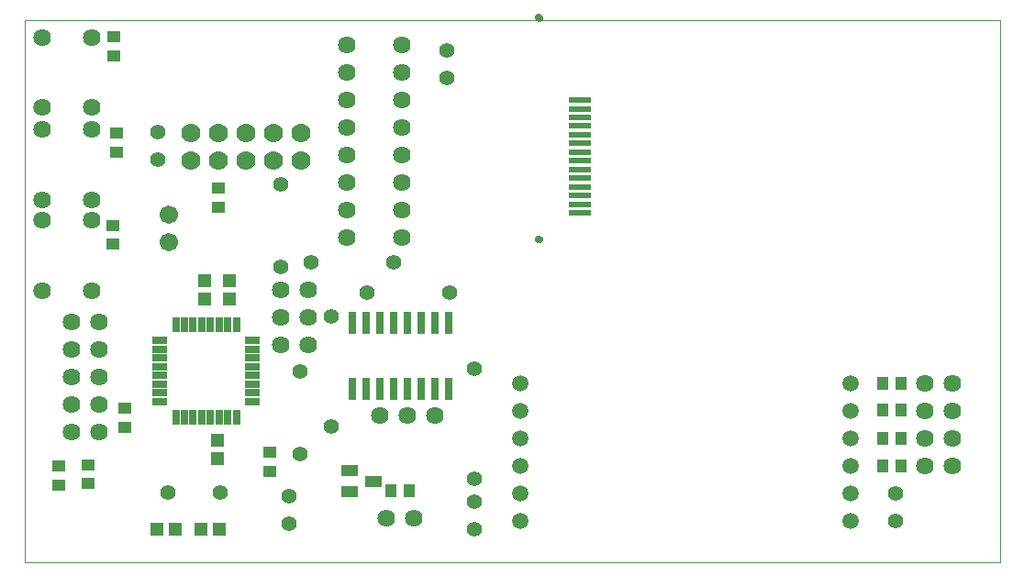
<source format=gts>
G75*
%MOIN*%
%OFA0B0*%
%FSLAX24Y24*%
%IPPOS*%
%LPD*%
%AMOC8*
5,1,8,0,0,1.08239X$1,22.5*
%
%ADD10C,0.0000*%
%ADD11C,0.0560*%
%ADD12R,0.0465X0.0453*%
%ADD13C,0.0700*%
%ADD14R,0.0473X0.0434*%
%ADD15C,0.0640*%
%ADD16C,0.0670*%
%ADD17R,0.0453X0.0465*%
%ADD18R,0.0300X0.0840*%
%ADD19R,0.0591X0.0434*%
%ADD20R,0.0434X0.0473*%
%ADD21C,0.0594*%
%ADD22R,0.0260X0.0540*%
%ADD23R,0.0540X0.0260*%
%ADD24R,0.0827X0.0237*%
%ADD25C,0.0276*%
D10*
X000280Y001107D02*
X035713Y001107D01*
X035713Y001157D02*
X035713Y020792D01*
X000280Y020792D01*
X000280Y001107D01*
X018858Y012845D02*
X018860Y012866D01*
X018866Y012886D01*
X018875Y012906D01*
X018887Y012923D01*
X018902Y012937D01*
X018920Y012949D01*
X018940Y012957D01*
X018960Y012962D01*
X018981Y012963D01*
X019002Y012960D01*
X019022Y012954D01*
X019041Y012943D01*
X019058Y012930D01*
X019071Y012914D01*
X019082Y012896D01*
X019090Y012876D01*
X019094Y012856D01*
X019094Y012834D01*
X019090Y012814D01*
X019082Y012794D01*
X019071Y012776D01*
X019058Y012760D01*
X019041Y012747D01*
X019022Y012736D01*
X019002Y012730D01*
X018981Y012727D01*
X018960Y012728D01*
X018940Y012733D01*
X018920Y012741D01*
X018902Y012753D01*
X018887Y012767D01*
X018875Y012784D01*
X018866Y012804D01*
X018860Y012824D01*
X018858Y012845D01*
X018858Y020896D02*
X018860Y020917D01*
X018866Y020937D01*
X018875Y020957D01*
X018887Y020974D01*
X018902Y020988D01*
X018920Y021000D01*
X018940Y021008D01*
X018960Y021013D01*
X018981Y021014D01*
X019002Y021011D01*
X019022Y021005D01*
X019041Y020994D01*
X019058Y020981D01*
X019071Y020965D01*
X019082Y020947D01*
X019090Y020927D01*
X019094Y020907D01*
X019094Y020885D01*
X019090Y020865D01*
X019082Y020845D01*
X019071Y020827D01*
X019058Y020811D01*
X019041Y020798D01*
X019022Y020787D01*
X019002Y020781D01*
X018981Y020778D01*
X018960Y020779D01*
X018940Y020784D01*
X018920Y020792D01*
X018902Y020804D01*
X018887Y020818D01*
X018875Y020835D01*
X018866Y020855D01*
X018860Y020875D01*
X018858Y020896D01*
D11*
X015630Y019707D03*
X015630Y018707D03*
X009580Y014857D03*
X010680Y012007D03*
X009580Y011857D03*
X011430Y010057D03*
X012730Y010907D03*
X013680Y012007D03*
X015730Y010907D03*
X016630Y008157D03*
X011430Y006057D03*
X010280Y005057D03*
X009880Y003507D03*
X009880Y002507D03*
X007380Y003657D03*
X005480Y003657D03*
X010280Y008057D03*
X016630Y004157D03*
X016630Y003307D03*
X016630Y002307D03*
X031930Y002607D03*
X031930Y003607D03*
X005130Y015757D03*
X005130Y016757D03*
D12*
X006830Y011351D03*
X006830Y010662D03*
X007730Y010662D03*
X007730Y011351D03*
X007280Y005551D03*
X007280Y004862D03*
D13*
X007330Y015707D03*
X006330Y015707D03*
X006330Y016707D03*
X007330Y016707D03*
X008330Y016707D03*
X009330Y016707D03*
X010330Y016707D03*
X010330Y015707D03*
X009330Y015707D03*
X008330Y015707D03*
D14*
X007330Y014692D03*
X007330Y014022D03*
X003480Y013342D03*
X003480Y012672D03*
X003630Y016022D03*
X003630Y016692D03*
X003530Y019522D03*
X003530Y020192D03*
X003930Y006692D03*
X003930Y006022D03*
X002580Y004642D03*
X002580Y003972D03*
X001530Y003922D03*
X001530Y004592D03*
X009180Y004422D03*
X009180Y005092D03*
D15*
X013180Y006457D03*
X014180Y006457D03*
X015180Y006457D03*
X010580Y009007D03*
X010580Y010007D03*
X009580Y010007D03*
X009580Y009007D03*
X009580Y011007D03*
X010580Y011007D03*
X011980Y012907D03*
X011980Y013907D03*
X011980Y014907D03*
X011980Y015907D03*
X011980Y016907D03*
X011980Y017907D03*
X011980Y018907D03*
X011980Y019907D03*
X013980Y019907D03*
X013980Y018907D03*
X013980Y017907D03*
X013980Y016907D03*
X013980Y015907D03*
X013980Y014907D03*
X013980Y013907D03*
X013980Y012907D03*
X002980Y009857D03*
X001980Y009857D03*
X001980Y008857D03*
X002980Y008857D03*
X002980Y007857D03*
X001980Y007857D03*
X001980Y006857D03*
X002980Y006857D03*
X002980Y005857D03*
X001980Y005857D03*
X002720Y010977D03*
X000940Y010977D03*
X000940Y013537D03*
X000940Y014277D03*
X002720Y014277D03*
X002720Y013537D03*
X002720Y016837D03*
X002720Y017627D03*
X000940Y017627D03*
X000940Y016837D03*
X000940Y020187D03*
X002720Y020187D03*
X013430Y002707D03*
X014430Y002707D03*
X032980Y004607D03*
X033980Y004607D03*
X033980Y005607D03*
X032980Y005607D03*
X032980Y006607D03*
X033980Y006607D03*
X033980Y007607D03*
X032980Y007607D03*
D16*
X005530Y012757D03*
X005530Y013757D03*
D17*
X005774Y002307D03*
X005086Y002307D03*
X006686Y002307D03*
X007374Y002307D03*
D18*
X012180Y007397D03*
X012680Y007397D03*
X013180Y007397D03*
X013680Y007397D03*
X014180Y007397D03*
X014680Y007397D03*
X015180Y007397D03*
X015680Y007397D03*
X015680Y009817D03*
X015180Y009817D03*
X014680Y009817D03*
X014180Y009817D03*
X013680Y009817D03*
X013180Y009817D03*
X012680Y009817D03*
X012180Y009817D03*
D19*
X012097Y004431D03*
X012097Y003683D03*
X012963Y004057D03*
D20*
X013595Y003707D03*
X014265Y003707D03*
X031445Y004607D03*
X032115Y004607D03*
X032115Y005607D03*
X031445Y005607D03*
X031445Y006657D03*
X032115Y006657D03*
X032115Y007607D03*
X031445Y007607D03*
D21*
X030280Y007607D03*
X030280Y006607D03*
X030280Y005607D03*
X030280Y004607D03*
X030280Y003607D03*
X030280Y002607D03*
X018280Y002607D03*
X018280Y003607D03*
X018280Y004607D03*
X018280Y005607D03*
X018280Y006607D03*
X018280Y007607D03*
D22*
X007982Y006367D03*
X007667Y006367D03*
X007352Y006367D03*
X007037Y006367D03*
X006723Y006367D03*
X006408Y006367D03*
X006093Y006367D03*
X005778Y006367D03*
X005778Y009747D03*
X006093Y009747D03*
X006408Y009747D03*
X006723Y009747D03*
X007037Y009747D03*
X007352Y009747D03*
X007667Y009747D03*
X007982Y009747D03*
D23*
X008570Y009159D03*
X008570Y008844D03*
X008570Y008529D03*
X008570Y008214D03*
X008570Y007899D03*
X008570Y007584D03*
X008570Y007270D03*
X008570Y006955D03*
X005190Y006955D03*
X005190Y007270D03*
X005190Y007584D03*
X005190Y007899D03*
X005190Y008214D03*
X005190Y008529D03*
X005190Y008844D03*
X005190Y009159D03*
D24*
X020473Y013810D03*
X020473Y014125D03*
X020473Y014440D03*
X020473Y014755D03*
X020473Y015070D03*
X020473Y015384D03*
X020473Y015699D03*
X020473Y016014D03*
X020473Y016329D03*
X020473Y016644D03*
X020473Y016959D03*
X020473Y017274D03*
X020473Y017589D03*
X020473Y017904D03*
D25*
X018976Y020896D03*
X018976Y012845D03*
M02*

</source>
